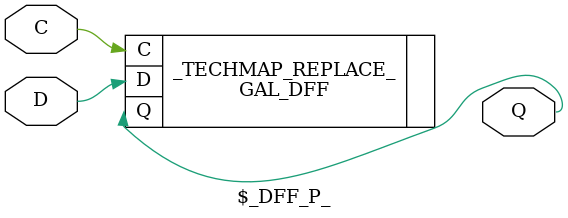
<source format=v>
module \$_NOT_ (A, Y);

parameter TABLE = 0;
parameter DEPTH = 0;

input A;
output Y;


generate
    GAL_XOR _TECHMAP_REPLACE_ (
        .A (A),
        .Y (Y)
    );
endgenerate

endmodule


module \$sop (A, Y);

parameter WIDTH = 0;
parameter TABLE = 0;
parameter DEPTH = 0;

parameter GAL_SOP_WIDTH = 16;

input [WIDTH-1:0] A;
output Y;

wire [GAL_SOP_WIDTH-1:0] I;
assign I[GAL_SOP_WIDTH-1:WIDTH] = 0;
assign I[WIDTH-1:0] = A;

generate
    GAL_SOP #(.TABLE(TABLE), .WIDTH(WIDTH), .DEPTH(DEPTH))
    _TECHMAP_REPLACE_ (
        .I0  (I[0]),  .I1   (I[1]),  .I2   (I[2]),  .I3  (I[3]),
        .I4  (I[4]),  .I5   (I[5]),  .I6   (I[6]),  .I7  (I[7]),
        .I8  (I[8]),  .I9   (I[9]),  .I10  (I[10]), .I11 (I[11]),
        .I12 (I[12]), .I13  (I[13]), .I14  (I[14]), .I15 (I[15]),
        .O (Y)
    );
endgenerate

endmodule

module \$_DFF_P_ (C, D, Q);

input C;
input D;
output Q;


generate
    GAL_DFF _TECHMAP_REPLACE_ (
        .C (C),
        .D (D),
        .Q (Q)
    );
endgenerate

endmodule

</source>
